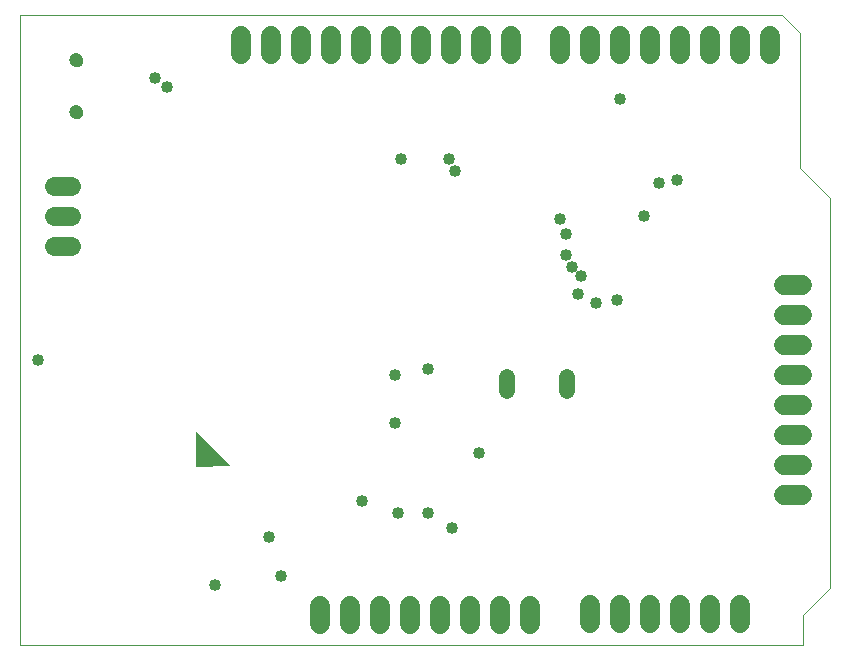
<source format=gbs>
G75*
%MOIN*%
%OFA0B0*%
%FSLAX24Y24*%
%IPPOS*%
%LPD*%
%AMOC8*
5,1,8,0,0,1.08239X$1,22.5*
%
%ADD10C,0.0000*%
%ADD11C,0.0520*%
%ADD12C,0.0474*%
%ADD13C,0.0640*%
%ADD14C,0.0680*%
%ADD15C,0.0001*%
%ADD16C,0.0398*%
D10*
X000459Y000363D02*
X000459Y021363D01*
X025859Y021363D01*
X026459Y020763D01*
X026459Y016263D01*
X027459Y015263D01*
X027459Y002263D01*
X026559Y001363D01*
X026559Y000363D01*
X000459Y000363D01*
X006330Y006346D02*
X007417Y006369D01*
X006306Y007480D01*
X006330Y006346D01*
X002133Y018125D02*
X002135Y018152D01*
X002141Y018179D01*
X002150Y018205D01*
X002163Y018229D01*
X002179Y018252D01*
X002198Y018271D01*
X002220Y018288D01*
X002244Y018302D01*
X002269Y018312D01*
X002296Y018319D01*
X002323Y018322D01*
X002351Y018321D01*
X002378Y018316D01*
X002404Y018308D01*
X002428Y018296D01*
X002451Y018280D01*
X002472Y018262D01*
X002489Y018241D01*
X002504Y018217D01*
X002515Y018192D01*
X002523Y018166D01*
X002527Y018139D01*
X002527Y018111D01*
X002523Y018084D01*
X002515Y018058D01*
X002504Y018033D01*
X002489Y018009D01*
X002472Y017988D01*
X002451Y017970D01*
X002429Y017954D01*
X002404Y017942D01*
X002378Y017934D01*
X002351Y017929D01*
X002323Y017928D01*
X002296Y017931D01*
X002269Y017938D01*
X002244Y017948D01*
X002220Y017962D01*
X002198Y017979D01*
X002179Y017998D01*
X002163Y018021D01*
X002150Y018045D01*
X002141Y018071D01*
X002135Y018098D01*
X002133Y018125D01*
X002133Y019857D02*
X002135Y019884D01*
X002141Y019911D01*
X002150Y019937D01*
X002163Y019961D01*
X002179Y019984D01*
X002198Y020003D01*
X002220Y020020D01*
X002244Y020034D01*
X002269Y020044D01*
X002296Y020051D01*
X002323Y020054D01*
X002351Y020053D01*
X002378Y020048D01*
X002404Y020040D01*
X002428Y020028D01*
X002451Y020012D01*
X002472Y019994D01*
X002489Y019973D01*
X002504Y019949D01*
X002515Y019924D01*
X002523Y019898D01*
X002527Y019871D01*
X002527Y019843D01*
X002523Y019816D01*
X002515Y019790D01*
X002504Y019765D01*
X002489Y019741D01*
X002472Y019720D01*
X002451Y019702D01*
X002429Y019686D01*
X002404Y019674D01*
X002378Y019666D01*
X002351Y019661D01*
X002323Y019660D01*
X002296Y019663D01*
X002269Y019670D01*
X002244Y019680D01*
X002220Y019694D01*
X002198Y019711D01*
X002179Y019730D01*
X002163Y019753D01*
X002150Y019777D01*
X002141Y019803D01*
X002135Y019830D01*
X002133Y019857D01*
D11*
X016698Y009289D02*
X016698Y008849D01*
X018698Y008849D02*
X018698Y009289D01*
D12*
X002330Y018125D03*
X002330Y019857D03*
D13*
X002139Y015663D02*
X001579Y015663D01*
X001579Y014663D02*
X002139Y014663D01*
X002139Y013663D02*
X001579Y013663D01*
D14*
X007829Y020077D02*
X007829Y020677D01*
X008829Y020677D02*
X008829Y020077D01*
X009829Y020077D02*
X009829Y020677D01*
X010829Y020677D02*
X010829Y020077D01*
X011829Y020077D02*
X011829Y020677D01*
X012829Y020677D02*
X012829Y020077D01*
X013829Y020077D02*
X013829Y020677D01*
X014829Y020677D02*
X014829Y020077D01*
X015829Y020077D02*
X015829Y020677D01*
X016829Y020677D02*
X016829Y020077D01*
X018462Y020077D02*
X018462Y020677D01*
X019462Y020677D02*
X019462Y020077D01*
X020462Y020077D02*
X020462Y020677D01*
X021462Y020677D02*
X021462Y020077D01*
X022462Y020077D02*
X022462Y020677D01*
X023462Y020677D02*
X023462Y020077D01*
X024462Y020077D02*
X024462Y020677D01*
X025462Y020677D02*
X025462Y020077D01*
X025925Y012368D02*
X026525Y012368D01*
X026525Y011368D02*
X025925Y011368D01*
X025925Y010368D02*
X026525Y010368D01*
X026525Y009368D02*
X025925Y009368D01*
X025925Y008368D02*
X026525Y008368D01*
X026525Y007368D02*
X025925Y007368D01*
X025925Y006368D02*
X026525Y006368D01*
X026525Y005368D02*
X025925Y005368D01*
X024462Y001689D02*
X024462Y001089D01*
X023462Y001089D02*
X023462Y001689D01*
X022462Y001689D02*
X022462Y001089D01*
X021462Y001089D02*
X021462Y001689D01*
X020462Y001689D02*
X020462Y001089D01*
X019462Y001089D02*
X019462Y001689D01*
X017458Y001669D02*
X017458Y001069D01*
X016458Y001069D02*
X016458Y001669D01*
X015458Y001669D02*
X015458Y001069D01*
X014458Y001069D02*
X014458Y001669D01*
X013458Y001669D02*
X013458Y001069D01*
X012458Y001069D02*
X012458Y001669D01*
X011458Y001669D02*
X011458Y001069D01*
X010458Y001069D02*
X010458Y001669D01*
D15*
X007416Y006370D02*
X006329Y006370D01*
X006329Y006371D02*
X007415Y006371D01*
X007414Y006372D02*
X006329Y006372D01*
X006329Y006373D02*
X007413Y006373D01*
X007412Y006374D02*
X006329Y006374D01*
X006329Y006375D02*
X007411Y006375D01*
X007410Y006376D02*
X006329Y006376D01*
X006329Y006377D02*
X007409Y006377D01*
X007408Y006378D02*
X006329Y006378D01*
X006329Y006379D02*
X007407Y006379D01*
X007406Y006380D02*
X006329Y006380D01*
X006329Y006381D02*
X007405Y006381D01*
X007404Y006382D02*
X006329Y006382D01*
X006329Y006383D02*
X007403Y006383D01*
X007402Y006384D02*
X006329Y006384D01*
X006329Y006385D02*
X007401Y006385D01*
X007400Y006386D02*
X006329Y006386D01*
X006329Y006387D02*
X007399Y006387D01*
X007398Y006388D02*
X006329Y006388D01*
X006329Y006389D02*
X007397Y006389D01*
X007396Y006390D02*
X006329Y006390D01*
X006329Y006391D02*
X007395Y006391D01*
X007394Y006392D02*
X006329Y006392D01*
X006329Y006393D02*
X007393Y006393D01*
X007392Y006394D02*
X006329Y006394D01*
X006329Y006395D02*
X007391Y006395D01*
X007390Y006396D02*
X006329Y006396D01*
X006329Y006397D02*
X007389Y006397D01*
X007388Y006398D02*
X006329Y006398D01*
X006329Y006399D02*
X007387Y006399D01*
X007386Y006400D02*
X006328Y006400D01*
X006328Y006401D02*
X007385Y006401D01*
X007384Y006402D02*
X006328Y006402D01*
X006328Y006403D02*
X007383Y006403D01*
X007382Y006404D02*
X006328Y006404D01*
X006328Y006405D02*
X007381Y006405D01*
X007380Y006406D02*
X006328Y006406D01*
X006328Y006407D02*
X007379Y006407D01*
X007379Y006408D02*
X006328Y006408D01*
X006328Y006409D02*
X007378Y006409D01*
X007377Y006410D02*
X006328Y006410D01*
X006328Y006411D02*
X007376Y006411D01*
X007375Y006412D02*
X006328Y006412D01*
X006328Y006413D02*
X007374Y006413D01*
X007373Y006414D02*
X006328Y006414D01*
X006328Y006415D02*
X007372Y006415D01*
X007371Y006416D02*
X006328Y006416D01*
X006328Y006417D02*
X007370Y006417D01*
X007369Y006418D02*
X006328Y006418D01*
X006328Y006419D02*
X007368Y006419D01*
X007367Y006420D02*
X006328Y006420D01*
X006328Y006421D02*
X007366Y006421D01*
X007365Y006422D02*
X006328Y006422D01*
X006328Y006423D02*
X007364Y006423D01*
X007363Y006424D02*
X006328Y006424D01*
X006328Y006425D02*
X007362Y006425D01*
X007361Y006426D02*
X006328Y006426D01*
X006328Y006427D02*
X007360Y006427D01*
X007359Y006428D02*
X006328Y006428D01*
X006328Y006429D02*
X007358Y006429D01*
X007357Y006430D02*
X006328Y006430D01*
X006328Y006431D02*
X007356Y006431D01*
X007355Y006432D02*
X006328Y006432D01*
X006328Y006433D02*
X007354Y006433D01*
X007353Y006434D02*
X006328Y006434D01*
X006328Y006435D02*
X007352Y006435D01*
X007351Y006436D02*
X006328Y006436D01*
X006328Y006437D02*
X007350Y006437D01*
X007349Y006438D02*
X006328Y006438D01*
X006328Y006439D02*
X007348Y006439D01*
X007347Y006440D02*
X006328Y006440D01*
X006328Y006441D02*
X007346Y006441D01*
X007345Y006442D02*
X006328Y006442D01*
X006328Y006443D02*
X007344Y006443D01*
X007343Y006444D02*
X006328Y006444D01*
X006328Y006445D02*
X007342Y006445D01*
X007341Y006446D02*
X006328Y006446D01*
X006328Y006447D02*
X007340Y006447D01*
X007339Y006448D02*
X006327Y006448D01*
X006327Y006449D02*
X007338Y006449D01*
X007337Y006450D02*
X006327Y006450D01*
X006327Y006451D02*
X007336Y006451D01*
X007335Y006452D02*
X006327Y006452D01*
X006327Y006453D02*
X007334Y006453D01*
X007333Y006454D02*
X006327Y006454D01*
X006327Y006455D02*
X007332Y006455D01*
X007331Y006456D02*
X006327Y006456D01*
X006327Y006457D02*
X007330Y006457D01*
X007329Y006458D02*
X006327Y006458D01*
X006327Y006459D02*
X007328Y006459D01*
X007327Y006460D02*
X006327Y006460D01*
X006327Y006461D02*
X007326Y006461D01*
X007325Y006462D02*
X006327Y006462D01*
X006327Y006463D02*
X007324Y006463D01*
X007323Y006464D02*
X006327Y006464D01*
X006327Y006465D02*
X007322Y006465D01*
X007321Y006466D02*
X006327Y006466D01*
X006327Y006467D02*
X007320Y006467D01*
X007319Y006468D02*
X006327Y006468D01*
X006327Y006469D02*
X007318Y006469D01*
X007317Y006470D02*
X006327Y006470D01*
X006327Y006471D02*
X007316Y006471D01*
X007315Y006472D02*
X006327Y006472D01*
X006327Y006473D02*
X007314Y006473D01*
X007313Y006474D02*
X006327Y006474D01*
X006327Y006475D02*
X007312Y006475D01*
X007311Y006476D02*
X006327Y006476D01*
X006327Y006477D02*
X007310Y006477D01*
X007309Y006478D02*
X006327Y006478D01*
X006327Y006479D02*
X007308Y006479D01*
X007307Y006480D02*
X006327Y006480D01*
X006327Y006481D02*
X007306Y006481D01*
X007305Y006482D02*
X006327Y006482D01*
X006327Y006483D02*
X007304Y006483D01*
X007303Y006484D02*
X006327Y006484D01*
X006327Y006485D02*
X007302Y006485D01*
X007301Y006486D02*
X006327Y006486D01*
X006327Y006487D02*
X007300Y006487D01*
X007299Y006488D02*
X006327Y006488D01*
X006327Y006489D02*
X007298Y006489D01*
X007297Y006490D02*
X006327Y006490D01*
X006327Y006491D02*
X007296Y006491D01*
X007295Y006492D02*
X006327Y006492D01*
X006327Y006493D02*
X007294Y006493D01*
X007293Y006494D02*
X006327Y006494D01*
X006327Y006495D02*
X007292Y006495D01*
X007291Y006496D02*
X006326Y006496D01*
X006326Y006497D02*
X007290Y006497D01*
X007289Y006498D02*
X006326Y006498D01*
X006326Y006499D02*
X007288Y006499D01*
X007287Y006500D02*
X006326Y006500D01*
X006326Y006501D02*
X007286Y006501D01*
X007285Y006502D02*
X006326Y006502D01*
X006326Y006503D02*
X007284Y006503D01*
X007283Y006504D02*
X006326Y006504D01*
X006326Y006505D02*
X007282Y006505D01*
X007281Y006506D02*
X006326Y006506D01*
X006326Y006507D02*
X007280Y006507D01*
X007279Y006508D02*
X006326Y006508D01*
X006326Y006509D02*
X007278Y006509D01*
X007277Y006510D02*
X006326Y006510D01*
X006326Y006511D02*
X007276Y006511D01*
X007275Y006512D02*
X006326Y006512D01*
X006326Y006513D02*
X007274Y006513D01*
X007273Y006514D02*
X006326Y006514D01*
X006326Y006515D02*
X007272Y006515D01*
X007271Y006516D02*
X006326Y006516D01*
X006326Y006517D02*
X007270Y006517D01*
X007269Y006518D02*
X006326Y006518D01*
X006326Y006519D02*
X007268Y006519D01*
X007267Y006520D02*
X006326Y006520D01*
X006326Y006521D02*
X007266Y006521D01*
X007265Y006522D02*
X006326Y006522D01*
X006326Y006523D02*
X007264Y006523D01*
X007263Y006524D02*
X006326Y006524D01*
X006326Y006525D02*
X007262Y006525D01*
X007261Y006526D02*
X006326Y006526D01*
X006326Y006527D02*
X007260Y006527D01*
X007259Y006528D02*
X006326Y006528D01*
X006326Y006529D02*
X007258Y006529D01*
X007257Y006530D02*
X006326Y006530D01*
X006326Y006531D02*
X007256Y006531D01*
X007255Y006532D02*
X006326Y006532D01*
X006326Y006533D02*
X007254Y006533D01*
X007253Y006534D02*
X006326Y006534D01*
X006326Y006535D02*
X007252Y006535D01*
X007251Y006536D02*
X006326Y006536D01*
X006326Y006537D02*
X007250Y006537D01*
X007249Y006538D02*
X006326Y006538D01*
X006326Y006539D02*
X007248Y006539D01*
X007247Y006540D02*
X006326Y006540D01*
X006326Y006541D02*
X007246Y006541D01*
X007245Y006542D02*
X006326Y006542D01*
X006326Y006543D02*
X007244Y006543D01*
X007243Y006544D02*
X006326Y006544D01*
X006325Y006545D02*
X007242Y006545D01*
X007241Y006546D02*
X006325Y006546D01*
X006325Y006547D02*
X007240Y006547D01*
X007239Y006548D02*
X006325Y006548D01*
X006325Y006549D02*
X007238Y006549D01*
X007237Y006550D02*
X006325Y006550D01*
X006325Y006551D02*
X007236Y006551D01*
X007235Y006552D02*
X006325Y006552D01*
X006325Y006553D02*
X007234Y006553D01*
X007233Y006554D02*
X006325Y006554D01*
X006325Y006555D02*
X007232Y006555D01*
X007231Y006556D02*
X006325Y006556D01*
X006325Y006557D02*
X007230Y006557D01*
X007229Y006558D02*
X006325Y006558D01*
X006325Y006559D02*
X007228Y006559D01*
X007227Y006560D02*
X006325Y006560D01*
X006325Y006561D02*
X007226Y006561D01*
X007225Y006562D02*
X006325Y006562D01*
X006325Y006563D02*
X007224Y006563D01*
X007223Y006564D02*
X006325Y006564D01*
X006325Y006565D02*
X007222Y006565D01*
X007221Y006566D02*
X006325Y006566D01*
X006325Y006567D02*
X007220Y006567D01*
X007219Y006568D02*
X006325Y006568D01*
X007218Y006568D01*
X007217Y006569D02*
X006325Y006569D01*
X006325Y006570D02*
X007216Y006570D01*
X007215Y006571D02*
X006325Y006571D01*
X006325Y006572D02*
X007214Y006572D01*
X007213Y006573D02*
X006325Y006573D01*
X006325Y006574D02*
X007212Y006574D01*
X007211Y006575D02*
X006325Y006575D01*
X006325Y006576D02*
X007210Y006576D01*
X007209Y006577D02*
X006325Y006577D01*
X006325Y006578D02*
X007208Y006578D01*
X007207Y006579D02*
X006325Y006579D01*
X006325Y006580D02*
X007206Y006580D01*
X007205Y006581D02*
X006325Y006581D01*
X006325Y006582D02*
X007204Y006582D01*
X007203Y006583D02*
X006325Y006583D01*
X006325Y006584D02*
X007202Y006584D01*
X007201Y006585D02*
X006325Y006585D01*
X006325Y006586D02*
X007200Y006586D01*
X007199Y006587D02*
X006325Y006587D01*
X006325Y006588D02*
X007198Y006588D01*
X007197Y006589D02*
X006325Y006589D01*
X006325Y006590D02*
X007196Y006590D01*
X007195Y006591D02*
X006325Y006591D01*
X006324Y006592D02*
X007194Y006592D01*
X007193Y006593D02*
X006324Y006593D01*
X006324Y006594D02*
X007192Y006594D01*
X007191Y006595D02*
X006324Y006595D01*
X006324Y006596D02*
X007190Y006596D01*
X007189Y006597D02*
X006324Y006597D01*
X006324Y006598D02*
X007188Y006598D01*
X007187Y006599D02*
X006324Y006599D01*
X006324Y006600D02*
X007186Y006600D01*
X007185Y006601D02*
X006324Y006601D01*
X006324Y006602D02*
X007184Y006602D01*
X007183Y006603D02*
X006324Y006603D01*
X006324Y006604D02*
X007182Y006604D01*
X007181Y006605D02*
X006324Y006605D01*
X006324Y006606D02*
X007180Y006606D01*
X007179Y006607D02*
X006324Y006607D01*
X006324Y006608D02*
X007178Y006608D01*
X007177Y006609D02*
X006324Y006609D01*
X006324Y006610D02*
X007176Y006610D01*
X007175Y006611D02*
X006324Y006611D01*
X006324Y006612D02*
X007174Y006612D01*
X007173Y006613D02*
X006324Y006613D01*
X006324Y006614D02*
X007172Y006614D01*
X007171Y006615D02*
X006324Y006615D01*
X006324Y006616D02*
X007170Y006616D01*
X007169Y006617D02*
X006324Y006617D01*
X006324Y006618D02*
X007168Y006618D01*
X007167Y006619D02*
X006324Y006619D01*
X006324Y006620D02*
X007166Y006620D01*
X007165Y006621D02*
X006324Y006621D01*
X006324Y006622D02*
X007164Y006622D01*
X007163Y006623D02*
X006324Y006623D01*
X006324Y006624D02*
X007162Y006624D01*
X007161Y006625D02*
X006324Y006625D01*
X006324Y006626D02*
X007160Y006626D01*
X007159Y006627D02*
X006324Y006627D01*
X006324Y006628D02*
X007158Y006628D01*
X007157Y006629D02*
X006324Y006629D01*
X006324Y006630D02*
X007156Y006630D01*
X007155Y006631D02*
X006324Y006631D01*
X006324Y006632D02*
X007154Y006632D01*
X007153Y006633D02*
X006324Y006633D01*
X006324Y006634D02*
X007152Y006634D01*
X007151Y006635D02*
X006324Y006635D01*
X006324Y006636D02*
X007150Y006636D01*
X007149Y006637D02*
X006324Y006637D01*
X006324Y006638D02*
X007148Y006638D01*
X007147Y006639D02*
X006324Y006639D01*
X006324Y006640D02*
X007146Y006640D01*
X007145Y006641D02*
X006323Y006641D01*
X006323Y006642D02*
X007144Y006642D01*
X007143Y006643D02*
X006323Y006643D01*
X006323Y006644D02*
X007142Y006644D01*
X007141Y006645D02*
X006323Y006645D01*
X006323Y006646D02*
X007140Y006646D01*
X007139Y006647D02*
X006323Y006647D01*
X006323Y006648D02*
X007138Y006648D01*
X007137Y006649D02*
X006323Y006649D01*
X006323Y006650D02*
X007136Y006650D01*
X007135Y006651D02*
X006323Y006651D01*
X006323Y006652D02*
X007134Y006652D01*
X007133Y006653D02*
X006323Y006653D01*
X006323Y006654D02*
X007132Y006654D01*
X007131Y006655D02*
X006323Y006655D01*
X006323Y006656D02*
X007130Y006656D01*
X007129Y006657D02*
X006323Y006657D01*
X006323Y006658D02*
X007128Y006658D01*
X007127Y006659D02*
X006323Y006659D01*
X006323Y006660D02*
X007126Y006660D01*
X007125Y006661D02*
X006323Y006661D01*
X006323Y006662D02*
X007124Y006662D01*
X007123Y006663D02*
X006323Y006663D01*
X006323Y006664D02*
X007122Y006664D01*
X007121Y006665D02*
X006323Y006665D01*
X006323Y006666D02*
X007120Y006666D01*
X007119Y006667D02*
X006323Y006667D01*
X006323Y006668D02*
X007118Y006668D01*
X007117Y006669D02*
X006323Y006669D01*
X006323Y006670D02*
X007116Y006670D01*
X007115Y006671D02*
X006323Y006671D01*
X006323Y006672D02*
X007114Y006672D01*
X007113Y006673D02*
X006323Y006673D01*
X006323Y006674D02*
X007112Y006674D01*
X007111Y006675D02*
X006323Y006675D01*
X006323Y006676D02*
X007110Y006676D01*
X007109Y006677D02*
X006323Y006677D01*
X006323Y006678D02*
X007108Y006678D01*
X007107Y006679D02*
X006323Y006679D01*
X006323Y006680D02*
X007106Y006680D01*
X007105Y006681D02*
X006323Y006681D01*
X006323Y006682D02*
X007104Y006682D01*
X007103Y006683D02*
X006323Y006683D01*
X006323Y006684D02*
X007102Y006684D01*
X007101Y006685D02*
X006323Y006685D01*
X006323Y006686D02*
X007100Y006686D01*
X007099Y006687D02*
X006323Y006687D01*
X006323Y006688D02*
X007098Y006688D01*
X007097Y006689D02*
X006322Y006689D01*
X006322Y006690D02*
X007096Y006690D01*
X007095Y006691D02*
X006322Y006691D01*
X006322Y006692D02*
X007094Y006692D01*
X007093Y006693D02*
X006322Y006693D01*
X006322Y006694D02*
X007092Y006694D01*
X007091Y006695D02*
X006322Y006695D01*
X006322Y006696D02*
X007090Y006696D01*
X007089Y006697D02*
X006322Y006697D01*
X006322Y006698D02*
X007088Y006698D01*
X007087Y006699D02*
X006322Y006699D01*
X006322Y006700D02*
X007086Y006700D01*
X007085Y006701D02*
X006322Y006701D01*
X006322Y006702D02*
X007084Y006702D01*
X007083Y006703D02*
X006322Y006703D01*
X006322Y006704D02*
X007082Y006704D01*
X007081Y006705D02*
X006322Y006705D01*
X006322Y006706D02*
X007080Y006706D01*
X007079Y006707D02*
X006322Y006707D01*
X006322Y006708D02*
X007078Y006708D01*
X007077Y006709D02*
X006322Y006709D01*
X006322Y006710D02*
X007076Y006710D01*
X007075Y006711D02*
X006322Y006711D01*
X006322Y006712D02*
X007074Y006712D01*
X007073Y006713D02*
X006322Y006713D01*
X006322Y006714D02*
X007072Y006714D01*
X007071Y006715D02*
X006322Y006715D01*
X006322Y006716D02*
X007070Y006716D01*
X007069Y006717D02*
X006322Y006717D01*
X006322Y006718D02*
X007068Y006718D01*
X007067Y006719D02*
X006322Y006719D01*
X006322Y006720D02*
X007066Y006720D01*
X007065Y006721D02*
X006322Y006721D01*
X006322Y006722D02*
X007064Y006722D01*
X007063Y006723D02*
X006322Y006723D01*
X006322Y006724D02*
X007062Y006724D01*
X007061Y006725D02*
X006322Y006725D01*
X006322Y006726D02*
X007060Y006726D01*
X007059Y006727D02*
X006322Y006727D01*
X006322Y006728D02*
X007058Y006728D01*
X007057Y006729D02*
X006322Y006729D01*
X006322Y006730D02*
X007056Y006730D01*
X007055Y006731D02*
X006322Y006731D01*
X006322Y006732D02*
X007054Y006732D01*
X007053Y006733D02*
X006322Y006733D01*
X006322Y006734D02*
X007052Y006734D01*
X007051Y006735D02*
X006322Y006735D01*
X006322Y006736D02*
X007050Y006736D01*
X007049Y006737D02*
X006321Y006737D01*
X006321Y006738D02*
X007048Y006738D01*
X007047Y006739D02*
X006321Y006739D01*
X006321Y006740D02*
X007046Y006740D01*
X007045Y006741D02*
X006321Y006741D01*
X006321Y006742D02*
X007044Y006742D01*
X007043Y006743D02*
X006321Y006743D01*
X006321Y006744D02*
X007042Y006744D01*
X007041Y006745D02*
X006321Y006745D01*
X006321Y006746D02*
X007040Y006746D01*
X007039Y006747D02*
X006321Y006747D01*
X006321Y006748D02*
X007038Y006748D01*
X007037Y006749D02*
X006321Y006749D01*
X006321Y006750D02*
X007036Y006750D01*
X007035Y006751D02*
X006321Y006751D01*
X006321Y006752D02*
X007034Y006752D01*
X007033Y006753D02*
X006321Y006753D01*
X006321Y006754D02*
X007032Y006754D01*
X007031Y006755D02*
X006321Y006755D01*
X006321Y006756D02*
X007030Y006756D01*
X007029Y006757D02*
X006321Y006757D01*
X006321Y006758D02*
X007028Y006758D01*
X007027Y006759D02*
X006321Y006759D01*
X006321Y006760D02*
X007026Y006760D01*
X007025Y006761D02*
X006321Y006761D01*
X006321Y006762D02*
X007024Y006762D01*
X007023Y006763D02*
X006321Y006763D01*
X006321Y006764D02*
X007022Y006764D01*
X007021Y006765D02*
X006321Y006765D01*
X006321Y006766D02*
X007020Y006766D01*
X007019Y006767D02*
X006321Y006767D01*
X006321Y006768D02*
X007018Y006768D01*
X007017Y006769D02*
X006321Y006769D01*
X006321Y006770D02*
X007016Y006770D01*
X007015Y006771D02*
X006321Y006771D01*
X006321Y006772D02*
X007014Y006772D01*
X007013Y006773D02*
X006321Y006773D01*
X006321Y006774D02*
X007012Y006774D01*
X007011Y006775D02*
X006321Y006775D01*
X006321Y006776D02*
X007010Y006776D01*
X007009Y006777D02*
X006321Y006777D01*
X006321Y006778D02*
X007008Y006778D01*
X007007Y006779D02*
X006321Y006779D01*
X006321Y006780D02*
X007006Y006780D01*
X007005Y006781D02*
X006321Y006781D01*
X006321Y006782D02*
X007004Y006782D01*
X007003Y006783D02*
X006321Y006783D01*
X006321Y006784D02*
X007002Y006784D01*
X007001Y006785D02*
X006321Y006785D01*
X006320Y006786D02*
X007000Y006786D01*
X006999Y006787D02*
X006320Y006787D01*
X006320Y006788D02*
X006998Y006788D01*
X006997Y006789D02*
X006320Y006789D01*
X006320Y006790D02*
X006996Y006790D01*
X006995Y006791D02*
X006320Y006791D01*
X006320Y006792D02*
X006994Y006792D01*
X006993Y006793D02*
X006320Y006793D01*
X006320Y006794D02*
X006992Y006794D01*
X006991Y006795D02*
X006320Y006795D01*
X006320Y006796D02*
X006990Y006796D01*
X006989Y006797D02*
X006320Y006797D01*
X006320Y006798D02*
X006988Y006798D01*
X006987Y006799D02*
X006320Y006799D01*
X006320Y006800D02*
X006986Y006800D01*
X006985Y006801D02*
X006320Y006801D01*
X006320Y006802D02*
X006984Y006802D01*
X006983Y006803D02*
X006320Y006803D01*
X006320Y006804D02*
X006982Y006804D01*
X006981Y006805D02*
X006320Y006805D01*
X006320Y006806D02*
X006980Y006806D01*
X006979Y006807D02*
X006320Y006807D01*
X006320Y006808D02*
X006978Y006808D01*
X006977Y006809D02*
X006320Y006809D01*
X006320Y006810D02*
X006976Y006810D01*
X006975Y006811D02*
X006320Y006811D01*
X006320Y006812D02*
X006974Y006812D01*
X006973Y006813D02*
X006320Y006813D01*
X006320Y006814D02*
X006972Y006814D01*
X006971Y006815D02*
X006320Y006815D01*
X006320Y006816D02*
X006970Y006816D01*
X006969Y006817D02*
X006320Y006817D01*
X006320Y006818D02*
X006968Y006818D01*
X006967Y006819D02*
X006320Y006819D01*
X006320Y006820D02*
X006966Y006820D01*
X006965Y006821D02*
X006320Y006821D01*
X006320Y006822D02*
X006964Y006822D01*
X006963Y006823D02*
X006320Y006823D01*
X006320Y006824D02*
X006962Y006824D01*
X006961Y006825D02*
X006320Y006825D01*
X006320Y006826D02*
X006960Y006826D01*
X006959Y006827D02*
X006320Y006827D01*
X006320Y006828D02*
X006958Y006828D01*
X006957Y006829D02*
X006320Y006829D01*
X006320Y006830D02*
X006956Y006830D01*
X006955Y006831D02*
X006320Y006831D01*
X006320Y006832D02*
X006954Y006832D01*
X006953Y006833D02*
X006320Y006833D01*
X006319Y006834D02*
X006952Y006834D01*
X006951Y006835D02*
X006319Y006835D01*
X006319Y006836D02*
X006950Y006836D01*
X006949Y006837D02*
X006319Y006837D01*
X006319Y006838D02*
X006948Y006838D01*
X006947Y006839D02*
X006319Y006839D01*
X006319Y006840D02*
X006946Y006840D01*
X006945Y006841D02*
X006319Y006841D01*
X006319Y006842D02*
X006944Y006842D01*
X006943Y006843D02*
X006319Y006843D01*
X006319Y006844D02*
X006942Y006844D01*
X006941Y006845D02*
X006319Y006845D01*
X006319Y006846D02*
X006940Y006846D01*
X006939Y006847D02*
X006319Y006847D01*
X006319Y006848D02*
X006938Y006848D01*
X006937Y006849D02*
X006319Y006849D01*
X006319Y006850D02*
X006936Y006850D01*
X006935Y006851D02*
X006319Y006851D01*
X006319Y006852D02*
X006934Y006852D01*
X006933Y006853D02*
X006319Y006853D01*
X006319Y006854D02*
X006932Y006854D01*
X006931Y006855D02*
X006319Y006855D01*
X006319Y006856D02*
X006930Y006856D01*
X006929Y006857D02*
X006319Y006857D01*
X006319Y006858D02*
X006928Y006858D01*
X006927Y006859D02*
X006319Y006859D01*
X006319Y006860D02*
X006926Y006860D01*
X006925Y006861D02*
X006319Y006861D01*
X006319Y006862D02*
X006924Y006862D01*
X006923Y006863D02*
X006319Y006863D01*
X006319Y006864D02*
X006922Y006864D01*
X006921Y006865D02*
X006319Y006865D01*
X006319Y006866D02*
X006920Y006866D01*
X006919Y006867D02*
X006319Y006867D01*
X006319Y006868D02*
X006918Y006868D01*
X006917Y006869D02*
X006319Y006869D01*
X006319Y006870D02*
X006916Y006870D01*
X006915Y006871D02*
X006319Y006871D01*
X006319Y006872D02*
X006914Y006872D01*
X006913Y006873D02*
X006319Y006873D01*
X006319Y006874D02*
X006912Y006874D01*
X006911Y006875D02*
X006319Y006875D01*
X006319Y006876D02*
X006910Y006876D01*
X006909Y006877D02*
X006319Y006877D01*
X006319Y006878D02*
X006908Y006878D01*
X006907Y006879D02*
X006319Y006879D01*
X006319Y006880D02*
X006906Y006880D01*
X006905Y006881D02*
X006319Y006881D01*
X006318Y006882D02*
X006904Y006882D01*
X006903Y006883D02*
X006318Y006883D01*
X006318Y006884D02*
X006902Y006884D01*
X006901Y006885D02*
X006318Y006885D01*
X006318Y006886D02*
X006900Y006886D01*
X006899Y006887D02*
X006318Y006887D01*
X006318Y006888D02*
X006898Y006888D01*
X006897Y006889D02*
X006318Y006889D01*
X006318Y006890D02*
X006896Y006890D01*
X006895Y006891D02*
X006318Y006891D01*
X006318Y006892D02*
X006894Y006892D01*
X006893Y006893D02*
X006318Y006893D01*
X006318Y006894D02*
X006892Y006894D01*
X006891Y006895D02*
X006318Y006895D01*
X006318Y006896D02*
X006890Y006896D01*
X006889Y006897D02*
X006318Y006897D01*
X006318Y006898D02*
X006888Y006898D01*
X006887Y006899D02*
X006318Y006899D01*
X006318Y006900D02*
X006886Y006900D01*
X006885Y006901D02*
X006318Y006901D01*
X006318Y006902D02*
X006884Y006902D01*
X006883Y006903D02*
X006318Y006903D01*
X006318Y006904D02*
X006882Y006904D01*
X006881Y006905D02*
X006318Y006905D01*
X006318Y006906D02*
X006880Y006906D01*
X006879Y006907D02*
X006318Y006907D01*
X006318Y006908D02*
X006878Y006908D01*
X006877Y006909D02*
X006318Y006909D01*
X006318Y006910D02*
X006876Y006910D01*
X006875Y006911D02*
X006318Y006911D01*
X006318Y006912D02*
X006874Y006912D01*
X006873Y006913D02*
X006318Y006913D01*
X006318Y006914D02*
X006872Y006914D01*
X006871Y006915D02*
X006318Y006915D01*
X006318Y006916D02*
X006870Y006916D01*
X006869Y006917D02*
X006318Y006917D01*
X006318Y006918D02*
X006868Y006918D01*
X006867Y006919D02*
X006318Y006919D01*
X006318Y006920D02*
X006866Y006920D01*
X006865Y006921D02*
X006318Y006921D01*
X006318Y006922D02*
X006864Y006922D01*
X006863Y006923D02*
X006318Y006923D01*
X006318Y006924D02*
X006862Y006924D01*
X006861Y006925D02*
X006318Y006925D01*
X006318Y006926D02*
X006860Y006926D01*
X006859Y006927D02*
X006318Y006927D01*
X006318Y006928D02*
X006858Y006928D01*
X006857Y006929D02*
X006318Y006929D01*
X006318Y006930D02*
X006856Y006930D01*
X006855Y006931D02*
X006317Y006931D01*
X006317Y006932D02*
X006854Y006932D01*
X006853Y006933D02*
X006317Y006933D01*
X006317Y006934D02*
X006852Y006934D01*
X006851Y006935D02*
X006317Y006935D01*
X006317Y006936D02*
X006850Y006936D01*
X006849Y006937D02*
X006317Y006937D01*
X006317Y006938D02*
X006848Y006938D01*
X006847Y006939D02*
X006317Y006939D01*
X006317Y006940D02*
X006846Y006940D01*
X006845Y006941D02*
X006317Y006941D01*
X006317Y006942D02*
X006844Y006942D01*
X006843Y006943D02*
X006317Y006943D01*
X006317Y006944D02*
X006842Y006944D01*
X006841Y006945D02*
X006317Y006945D01*
X006317Y006946D02*
X006840Y006946D01*
X006839Y006947D02*
X006317Y006947D01*
X006317Y006948D02*
X006838Y006948D01*
X006837Y006949D02*
X006317Y006949D01*
X006317Y006950D02*
X006836Y006950D01*
X006835Y006951D02*
X006317Y006951D01*
X006317Y006952D02*
X006834Y006952D01*
X006833Y006953D02*
X006317Y006953D01*
X006317Y006954D02*
X006832Y006954D01*
X006831Y006955D02*
X006317Y006955D01*
X006317Y006956D02*
X006830Y006956D01*
X006829Y006957D02*
X006317Y006957D01*
X006317Y006958D02*
X006828Y006958D01*
X006827Y006959D02*
X006317Y006959D01*
X006317Y006960D02*
X006826Y006960D01*
X006825Y006961D02*
X006317Y006961D01*
X006317Y006962D02*
X006824Y006962D01*
X006823Y006963D02*
X006317Y006963D01*
X006317Y006964D02*
X006822Y006964D01*
X006821Y006965D02*
X006317Y006965D01*
X006317Y006966D02*
X006820Y006966D01*
X006819Y006967D02*
X006317Y006967D01*
X006317Y006968D02*
X006818Y006968D01*
X006817Y006969D02*
X006317Y006969D01*
X006317Y006970D02*
X006816Y006970D01*
X006815Y006971D02*
X006317Y006971D01*
X006317Y006972D02*
X006814Y006972D01*
X006813Y006973D02*
X006317Y006973D01*
X006317Y006974D02*
X006812Y006974D01*
X006811Y006975D02*
X006317Y006975D01*
X006317Y006976D02*
X006810Y006976D01*
X006809Y006977D02*
X006317Y006977D01*
X006317Y006978D02*
X006808Y006978D01*
X006807Y006979D02*
X006316Y006979D01*
X006316Y006980D02*
X006806Y006980D01*
X006805Y006981D02*
X006316Y006981D01*
X006316Y006982D02*
X006804Y006982D01*
X006803Y006983D02*
X006316Y006983D01*
X006316Y006984D02*
X006802Y006984D01*
X006801Y006985D02*
X006316Y006985D01*
X006316Y006986D02*
X006800Y006986D01*
X006799Y006987D02*
X006316Y006987D01*
X006316Y006988D02*
X006798Y006988D01*
X006797Y006989D02*
X006316Y006989D01*
X006316Y006990D02*
X006796Y006990D01*
X006795Y006991D02*
X006316Y006991D01*
X006316Y006992D02*
X006794Y006992D01*
X006793Y006993D02*
X006316Y006993D01*
X006316Y006994D02*
X006792Y006994D01*
X006791Y006995D02*
X006316Y006995D01*
X006316Y006996D02*
X006790Y006996D01*
X006789Y006997D02*
X006316Y006997D01*
X006316Y006998D02*
X006788Y006998D01*
X006787Y006999D02*
X006316Y006999D01*
X006316Y007000D02*
X006786Y007000D01*
X006785Y007001D02*
X006316Y007001D01*
X006316Y007002D02*
X006784Y007002D01*
X006783Y007003D02*
X006316Y007003D01*
X006316Y007004D02*
X006782Y007004D01*
X006781Y007005D02*
X006316Y007005D01*
X006316Y007006D02*
X006780Y007006D01*
X006779Y007007D02*
X006316Y007007D01*
X006316Y007008D02*
X006778Y007008D01*
X006777Y007009D02*
X006316Y007009D01*
X006316Y007010D02*
X006776Y007010D01*
X006775Y007011D02*
X006316Y007011D01*
X006316Y007012D02*
X006774Y007012D01*
X006773Y007013D02*
X006316Y007013D01*
X006316Y007014D02*
X006772Y007014D01*
X006771Y007015D02*
X006316Y007015D01*
X006316Y007016D02*
X006770Y007016D01*
X006769Y007017D02*
X006316Y007017D01*
X006316Y007018D02*
X006768Y007018D01*
X006767Y007019D02*
X006316Y007019D01*
X006316Y007020D02*
X006766Y007020D01*
X006765Y007021D02*
X006316Y007021D01*
X006316Y007022D02*
X006764Y007022D01*
X006763Y007023D02*
X006316Y007023D01*
X006316Y007024D02*
X006762Y007024D01*
X006761Y007025D02*
X006316Y007025D01*
X006316Y007026D02*
X006760Y007026D01*
X006759Y007027D02*
X006316Y007027D01*
X006315Y007028D02*
X006758Y007028D01*
X006757Y007029D02*
X006315Y007029D01*
X006315Y007030D02*
X006756Y007030D01*
X006755Y007031D02*
X006315Y007031D01*
X006315Y007032D02*
X006754Y007032D01*
X006753Y007033D02*
X006315Y007033D01*
X006315Y007034D02*
X006752Y007034D01*
X006751Y007035D02*
X006315Y007035D01*
X006315Y007036D02*
X006750Y007036D01*
X006749Y007037D02*
X006315Y007037D01*
X006315Y007038D02*
X006748Y007038D01*
X006747Y007039D02*
X006315Y007039D01*
X006315Y007040D02*
X006746Y007040D01*
X006745Y007041D02*
X006315Y007041D01*
X006315Y007042D02*
X006744Y007042D01*
X006743Y007043D02*
X006315Y007043D01*
X006315Y007044D02*
X006742Y007044D01*
X006741Y007045D02*
X006315Y007045D01*
X006315Y007046D02*
X006740Y007046D01*
X006739Y007047D02*
X006315Y007047D01*
X006315Y007048D02*
X006738Y007048D01*
X006737Y007049D02*
X006315Y007049D01*
X006315Y007050D02*
X006736Y007050D01*
X006735Y007051D02*
X006315Y007051D01*
X006315Y007052D02*
X006734Y007052D01*
X006733Y007053D02*
X006315Y007053D01*
X006315Y007054D02*
X006732Y007054D01*
X006731Y007055D02*
X006315Y007055D01*
X006315Y007056D02*
X006730Y007056D01*
X006729Y007057D02*
X006315Y007057D01*
X006315Y007058D02*
X006728Y007058D01*
X006727Y007059D02*
X006315Y007059D01*
X006315Y007060D02*
X006726Y007060D01*
X006725Y007061D02*
X006315Y007061D01*
X006315Y007062D02*
X006724Y007062D01*
X006723Y007063D02*
X006315Y007063D01*
X006315Y007064D02*
X006722Y007064D01*
X006721Y007065D02*
X006315Y007065D01*
X006315Y007066D02*
X006720Y007066D01*
X006719Y007067D02*
X006315Y007067D01*
X006315Y007068D02*
X006718Y007068D01*
X006717Y007069D02*
X006315Y007069D01*
X006315Y007070D02*
X006716Y007070D01*
X006715Y007071D02*
X006315Y007071D01*
X006315Y007072D02*
X006714Y007072D01*
X006713Y007073D02*
X006315Y007073D01*
X006315Y007074D02*
X006712Y007074D01*
X006711Y007075D02*
X006315Y007075D01*
X006314Y007076D02*
X006710Y007076D01*
X006709Y007077D02*
X006314Y007077D01*
X006314Y007078D02*
X006708Y007078D01*
X006707Y007079D02*
X006314Y007079D01*
X006314Y007080D02*
X006706Y007080D01*
X006705Y007081D02*
X006314Y007081D01*
X006314Y007082D02*
X006704Y007082D01*
X006703Y007083D02*
X006314Y007083D01*
X006314Y007084D02*
X006702Y007084D01*
X006701Y007085D02*
X006314Y007085D01*
X006314Y007086D02*
X006700Y007086D01*
X006699Y007087D02*
X006314Y007087D01*
X006314Y007088D02*
X006698Y007088D01*
X006697Y007089D02*
X006314Y007089D01*
X006314Y007090D02*
X006696Y007090D01*
X006695Y007091D02*
X006314Y007091D01*
X006314Y007092D02*
X006694Y007092D01*
X006693Y007093D02*
X006314Y007093D01*
X006314Y007094D02*
X006692Y007094D01*
X006691Y007095D02*
X006314Y007095D01*
X006314Y007096D02*
X006690Y007096D01*
X006689Y007097D02*
X006314Y007097D01*
X006314Y007098D02*
X006688Y007098D01*
X006687Y007099D02*
X006314Y007099D01*
X006314Y007100D02*
X006686Y007100D01*
X006685Y007101D02*
X006314Y007101D01*
X006314Y007102D02*
X006684Y007102D01*
X006683Y007103D02*
X006314Y007103D01*
X006314Y007104D02*
X006682Y007104D01*
X006681Y007105D02*
X006314Y007105D01*
X006314Y007106D02*
X006680Y007106D01*
X006679Y007107D02*
X006314Y007107D01*
X006314Y007108D02*
X006678Y007108D01*
X006677Y007109D02*
X006314Y007109D01*
X006314Y007110D02*
X006676Y007110D01*
X006675Y007111D02*
X006314Y007111D01*
X006314Y007112D02*
X006674Y007112D01*
X006673Y007113D02*
X006314Y007113D01*
X006314Y007114D02*
X006672Y007114D01*
X006671Y007115D02*
X006314Y007115D01*
X006314Y007116D02*
X006670Y007116D01*
X006669Y007117D02*
X006314Y007117D01*
X006314Y007118D02*
X006668Y007118D01*
X006667Y007119D02*
X006314Y007119D01*
X006314Y007120D02*
X006666Y007120D01*
X006665Y007121D02*
X006314Y007121D01*
X006314Y007122D02*
X006664Y007122D01*
X006663Y007123D02*
X006314Y007123D01*
X006313Y007124D02*
X006662Y007124D01*
X006661Y007125D02*
X006313Y007125D01*
X006313Y007126D02*
X006660Y007126D01*
X006659Y007127D02*
X006313Y007127D01*
X006313Y007128D02*
X006658Y007128D01*
X006657Y007129D02*
X006313Y007129D01*
X006313Y007130D02*
X006656Y007130D01*
X006655Y007131D02*
X006313Y007131D01*
X006313Y007132D02*
X006654Y007132D01*
X006653Y007133D02*
X006313Y007133D01*
X006313Y007134D02*
X006652Y007134D01*
X006651Y007135D02*
X006313Y007135D01*
X006313Y007136D02*
X006650Y007136D01*
X006649Y007137D02*
X006313Y007137D01*
X006313Y007138D02*
X006648Y007138D01*
X006647Y007139D02*
X006313Y007139D01*
X006313Y007140D02*
X006646Y007140D01*
X006645Y007141D02*
X006313Y007141D01*
X006313Y007142D02*
X006644Y007142D01*
X006643Y007143D02*
X006313Y007143D01*
X006313Y007144D02*
X006642Y007144D01*
X006641Y007145D02*
X006313Y007145D01*
X006313Y007146D02*
X006640Y007146D01*
X006639Y007147D02*
X006313Y007147D01*
X006313Y007148D02*
X006638Y007148D01*
X006637Y007149D02*
X006313Y007149D01*
X006313Y007150D02*
X006636Y007150D01*
X006635Y007151D02*
X006313Y007151D01*
X006313Y007152D02*
X006634Y007152D01*
X006633Y007153D02*
X006313Y007153D01*
X006313Y007154D02*
X006632Y007154D01*
X006631Y007155D02*
X006313Y007155D01*
X006313Y007156D02*
X006630Y007156D01*
X006629Y007157D02*
X006313Y007157D01*
X006313Y007158D02*
X006628Y007158D01*
X006627Y007159D02*
X006313Y007159D01*
X006313Y007160D02*
X006626Y007160D01*
X006625Y007161D02*
X006313Y007161D01*
X006313Y007162D02*
X006624Y007162D01*
X006623Y007163D02*
X006313Y007163D01*
X006313Y007164D02*
X006622Y007164D01*
X006621Y007165D02*
X006313Y007165D01*
X006313Y007166D02*
X006620Y007166D01*
X006619Y007167D02*
X006313Y007167D01*
X006313Y007168D02*
X006618Y007168D01*
X006617Y007169D02*
X006313Y007169D01*
X006313Y007170D02*
X006616Y007170D01*
X006615Y007171D02*
X006313Y007171D01*
X006313Y007172D02*
X006614Y007172D01*
X006613Y007173D02*
X006312Y007173D01*
X006312Y007174D02*
X006612Y007174D01*
X006611Y007175D02*
X006312Y007175D01*
X006312Y007176D02*
X006610Y007176D01*
X006609Y007177D02*
X006312Y007177D01*
X006312Y007178D02*
X006608Y007178D01*
X006607Y007179D02*
X006312Y007179D01*
X006312Y007180D02*
X006606Y007180D01*
X006605Y007181D02*
X006312Y007181D01*
X006312Y007182D02*
X006604Y007182D01*
X006603Y007183D02*
X006312Y007183D01*
X006312Y007184D02*
X006602Y007184D01*
X006601Y007185D02*
X006312Y007185D01*
X006312Y007186D02*
X006600Y007186D01*
X006599Y007187D02*
X006312Y007187D01*
X006312Y007188D02*
X006598Y007188D01*
X006597Y007189D02*
X006312Y007189D01*
X006312Y007190D02*
X006596Y007190D01*
X006595Y007191D02*
X006312Y007191D01*
X006312Y007192D02*
X006594Y007192D01*
X006593Y007193D02*
X006312Y007193D01*
X006312Y007194D02*
X006592Y007194D01*
X006591Y007195D02*
X006312Y007195D01*
X006312Y007196D02*
X006590Y007196D01*
X006589Y007197D02*
X006312Y007197D01*
X006312Y007198D02*
X006588Y007198D01*
X006587Y007199D02*
X006312Y007199D01*
X006312Y007200D02*
X006586Y007200D01*
X006585Y007201D02*
X006312Y007201D01*
X006312Y007202D02*
X006584Y007202D01*
X006583Y007203D02*
X006312Y007203D01*
X006312Y007204D02*
X006582Y007204D01*
X006581Y007205D02*
X006312Y007205D01*
X006312Y007206D02*
X006580Y007206D01*
X006579Y007207D02*
X006312Y007207D01*
X006312Y007208D02*
X006578Y007208D01*
X006577Y007209D02*
X006312Y007209D01*
X006312Y007210D02*
X006576Y007210D01*
X006575Y007211D02*
X006312Y007211D01*
X006312Y007212D02*
X006574Y007212D01*
X006573Y007213D02*
X006312Y007213D01*
X006312Y007214D02*
X006572Y007214D01*
X006571Y007215D02*
X006312Y007215D01*
X006312Y007216D02*
X006570Y007216D01*
X006569Y007217D02*
X006312Y007217D01*
X006312Y007218D02*
X006568Y007218D01*
X006567Y007219D02*
X006312Y007219D01*
X006312Y007220D02*
X006566Y007220D01*
X006565Y007221D02*
X006311Y007221D01*
X006311Y007222D02*
X006564Y007222D01*
X006563Y007223D02*
X006311Y007223D01*
X006311Y007224D02*
X006562Y007224D01*
X006561Y007225D02*
X006311Y007225D01*
X006311Y007226D02*
X006560Y007226D01*
X006559Y007227D02*
X006311Y007227D01*
X006311Y007228D02*
X006558Y007228D01*
X006557Y007229D02*
X006311Y007229D01*
X006311Y007230D02*
X006556Y007230D01*
X006555Y007231D02*
X006311Y007231D01*
X006311Y007232D02*
X006554Y007232D01*
X006553Y007233D02*
X006311Y007233D01*
X006311Y007234D02*
X006552Y007234D01*
X006551Y007235D02*
X006311Y007235D01*
X006311Y007236D02*
X006550Y007236D01*
X006549Y007237D02*
X006311Y007237D01*
X006311Y007238D02*
X006548Y007238D01*
X006547Y007239D02*
X006311Y007239D01*
X006311Y007240D02*
X006546Y007240D01*
X006545Y007241D02*
X006311Y007241D01*
X006311Y007242D02*
X006544Y007242D01*
X006543Y007243D02*
X006311Y007243D01*
X006311Y007244D02*
X006542Y007244D01*
X006541Y007245D02*
X006311Y007245D01*
X006311Y007246D02*
X006540Y007246D01*
X006539Y007247D02*
X006311Y007247D01*
X006311Y007248D02*
X006538Y007248D01*
X006537Y007249D02*
X006311Y007249D01*
X006311Y007250D02*
X006536Y007250D01*
X006535Y007251D02*
X006311Y007251D01*
X006311Y007252D02*
X006534Y007252D01*
X006533Y007253D02*
X006311Y007253D01*
X006311Y007254D02*
X006532Y007254D01*
X006531Y007255D02*
X006311Y007255D01*
X006311Y007256D02*
X006530Y007256D01*
X006529Y007257D02*
X006311Y007257D01*
X006311Y007258D02*
X006528Y007258D01*
X006527Y007259D02*
X006311Y007259D01*
X006311Y007260D02*
X006526Y007260D01*
X006525Y007261D02*
X006311Y007261D01*
X006311Y007262D02*
X006524Y007262D01*
X006523Y007263D02*
X006311Y007263D01*
X006311Y007264D02*
X006522Y007264D01*
X006521Y007265D02*
X006311Y007265D01*
X006311Y007266D02*
X006520Y007266D01*
X006519Y007267D02*
X006311Y007267D01*
X006311Y007268D02*
X006518Y007268D01*
X006517Y007269D02*
X006310Y007269D01*
X006310Y007270D02*
X006516Y007270D01*
X006515Y007271D02*
X006310Y007271D01*
X006310Y007272D02*
X006514Y007272D01*
X006513Y007273D02*
X006310Y007273D01*
X006310Y007274D02*
X006512Y007274D01*
X006511Y007275D02*
X006310Y007275D01*
X006310Y007276D02*
X006510Y007276D01*
X006509Y007277D02*
X006310Y007277D01*
X006310Y007278D02*
X006508Y007278D01*
X006507Y007279D02*
X006310Y007279D01*
X006310Y007280D02*
X006506Y007280D01*
X006505Y007281D02*
X006310Y007281D01*
X006310Y007282D02*
X006504Y007282D01*
X006503Y007283D02*
X006310Y007283D01*
X006310Y007284D02*
X006502Y007284D01*
X006501Y007285D02*
X006310Y007285D01*
X006310Y007286D02*
X006500Y007286D01*
X006499Y007287D02*
X006310Y007287D01*
X006310Y007288D02*
X006498Y007288D01*
X006497Y007289D02*
X006310Y007289D01*
X006310Y007290D02*
X006496Y007290D01*
X006495Y007291D02*
X006310Y007291D01*
X006310Y007292D02*
X006494Y007292D01*
X006493Y007293D02*
X006310Y007293D01*
X006310Y007294D02*
X006492Y007294D01*
X006491Y007295D02*
X006310Y007295D01*
X006310Y007296D02*
X006490Y007296D01*
X006489Y007297D02*
X006310Y007297D01*
X006310Y007298D02*
X006488Y007298D01*
X006487Y007299D02*
X006310Y007299D01*
X006310Y007300D02*
X006486Y007300D01*
X006485Y007301D02*
X006310Y007301D01*
X006310Y007302D02*
X006484Y007302D01*
X006483Y007303D02*
X006310Y007303D01*
X006310Y007304D02*
X006482Y007304D01*
X006481Y007305D02*
X006310Y007305D01*
X006310Y007306D02*
X006480Y007306D01*
X006479Y007307D02*
X006310Y007307D01*
X006310Y007308D02*
X006478Y007308D01*
X006477Y007309D02*
X006310Y007309D01*
X006310Y007310D02*
X006476Y007310D01*
X006475Y007311D02*
X006310Y007311D01*
X006310Y007312D02*
X006474Y007312D01*
X006473Y007313D02*
X006310Y007313D01*
X006310Y007314D02*
X006472Y007314D01*
X006471Y007315D02*
X006310Y007315D01*
X006310Y007316D02*
X006470Y007316D01*
X006469Y007317D02*
X006310Y007317D01*
X006309Y007318D02*
X006468Y007318D01*
X006467Y007319D02*
X006309Y007319D01*
X006309Y007320D02*
X006466Y007320D01*
X006465Y007321D02*
X006309Y007321D01*
X006309Y007322D02*
X006464Y007322D01*
X006463Y007323D02*
X006309Y007323D01*
X006309Y007324D02*
X006462Y007324D01*
X006461Y007325D02*
X006309Y007325D01*
X006309Y007326D02*
X006460Y007326D01*
X006459Y007327D02*
X006309Y007327D01*
X006309Y007328D02*
X006458Y007328D01*
X006457Y007329D02*
X006309Y007329D01*
X006309Y007330D02*
X006456Y007330D01*
X006455Y007331D02*
X006309Y007331D01*
X006309Y007332D02*
X006454Y007332D01*
X006453Y007333D02*
X006309Y007333D01*
X006309Y007334D02*
X006452Y007334D01*
X006451Y007335D02*
X006309Y007335D01*
X006309Y007336D02*
X006450Y007336D01*
X006449Y007337D02*
X006309Y007337D01*
X006309Y007338D02*
X006448Y007338D01*
X006447Y007339D02*
X006309Y007339D01*
X006309Y007340D02*
X006446Y007340D01*
X006445Y007341D02*
X006309Y007341D01*
X006309Y007342D02*
X006444Y007342D01*
X006443Y007343D02*
X006309Y007343D01*
X006309Y007344D02*
X006442Y007344D01*
X006441Y007345D02*
X006309Y007345D01*
X006309Y007346D02*
X006440Y007346D01*
X006439Y007347D02*
X006309Y007347D01*
X006309Y007348D02*
X006438Y007348D01*
X006437Y007349D02*
X006309Y007349D01*
X006309Y007350D02*
X006436Y007350D01*
X006435Y007351D02*
X006309Y007351D01*
X006309Y007352D02*
X006434Y007352D01*
X006433Y007353D02*
X006309Y007353D01*
X006309Y007354D02*
X006432Y007354D01*
X006431Y007355D02*
X006309Y007355D01*
X006309Y007356D02*
X006430Y007356D01*
X006429Y007357D02*
X006309Y007357D01*
X006309Y007358D02*
X006428Y007358D01*
X006427Y007359D02*
X006309Y007359D01*
X006309Y007360D02*
X006426Y007360D01*
X006425Y007361D02*
X006309Y007361D01*
X006309Y007362D02*
X006424Y007362D01*
X006423Y007363D02*
X006309Y007363D01*
X006309Y007364D02*
X006422Y007364D01*
X006421Y007365D02*
X006309Y007365D01*
X006308Y007366D02*
X006420Y007366D01*
X006419Y007367D02*
X006308Y007367D01*
X006308Y007368D02*
X006418Y007368D01*
X006417Y007369D02*
X006308Y007369D01*
X006308Y007370D02*
X006416Y007370D01*
X006415Y007371D02*
X006308Y007371D01*
X006308Y007372D02*
X006414Y007372D01*
X006413Y007373D02*
X006308Y007373D01*
X006308Y007374D02*
X006412Y007374D01*
X006411Y007375D02*
X006308Y007375D01*
X006308Y007376D02*
X006410Y007376D01*
X006409Y007377D02*
X006308Y007377D01*
X006308Y007378D02*
X006408Y007378D01*
X006407Y007379D02*
X006308Y007379D01*
X006308Y007380D02*
X006406Y007380D01*
X006405Y007381D02*
X006308Y007381D01*
X006308Y007382D02*
X006404Y007382D01*
X006403Y007383D02*
X006308Y007383D01*
X006308Y007384D02*
X006402Y007384D01*
X006401Y007385D02*
X006308Y007385D01*
X006308Y007386D02*
X006400Y007386D01*
X006399Y007387D02*
X006308Y007387D01*
X006308Y007388D02*
X006398Y007388D01*
X006397Y007389D02*
X006308Y007389D01*
X006308Y007390D02*
X006396Y007390D01*
X006395Y007391D02*
X006308Y007391D01*
X006308Y007392D02*
X006394Y007392D01*
X006393Y007393D02*
X006308Y007393D01*
X006308Y007394D02*
X006392Y007394D01*
X006391Y007395D02*
X006308Y007395D01*
X006308Y007396D02*
X006390Y007396D01*
X006389Y007397D02*
X006308Y007397D01*
X006308Y007398D02*
X006388Y007398D01*
X006387Y007399D02*
X006308Y007399D01*
X006308Y007400D02*
X006386Y007400D01*
X006385Y007401D02*
X006308Y007401D01*
X006308Y007402D02*
X006384Y007402D01*
X006383Y007403D02*
X006308Y007403D01*
X006308Y007404D02*
X006382Y007404D01*
X006381Y007405D02*
X006308Y007405D01*
X006308Y007406D02*
X006380Y007406D01*
X006379Y007407D02*
X006308Y007407D01*
X006308Y007408D02*
X006378Y007408D01*
X006377Y007409D02*
X006308Y007409D01*
X006308Y007410D02*
X006376Y007410D01*
X006375Y007411D02*
X006308Y007411D01*
X006308Y007412D02*
X006374Y007412D01*
X006373Y007413D02*
X006308Y007413D01*
X006308Y007414D02*
X006372Y007414D01*
X006371Y007415D02*
X006307Y007415D01*
X006307Y007416D02*
X006370Y007416D01*
X006369Y007417D02*
X006307Y007417D01*
X006307Y007418D02*
X006368Y007418D01*
X006367Y007419D02*
X006307Y007419D01*
X006307Y007420D02*
X006366Y007420D01*
X006365Y007421D02*
X006307Y007421D01*
X006307Y007422D02*
X006364Y007422D01*
X006364Y007423D02*
X006307Y007423D01*
X006307Y007424D02*
X006363Y007424D01*
X006362Y007425D02*
X006307Y007425D01*
X006307Y007426D02*
X006361Y007426D01*
X006360Y007427D02*
X006307Y007427D01*
X006307Y007428D02*
X006359Y007428D01*
X006358Y007429D02*
X006307Y007429D01*
X006307Y007430D02*
X006357Y007430D01*
X006356Y007431D02*
X006307Y007431D01*
X006307Y007432D02*
X006355Y007432D01*
X006354Y007433D02*
X006307Y007433D01*
X006307Y007434D02*
X006353Y007434D01*
X006352Y007435D02*
X006307Y007435D01*
X006307Y007436D02*
X006351Y007436D01*
X006350Y007437D02*
X006307Y007437D01*
X006307Y007438D02*
X006349Y007438D01*
X006348Y007439D02*
X006307Y007439D01*
X006307Y007440D02*
X006347Y007440D01*
X006346Y007441D02*
X006307Y007441D01*
X006307Y007442D02*
X006345Y007442D01*
X006344Y007443D02*
X006307Y007443D01*
X006307Y007444D02*
X006343Y007444D01*
X006342Y007445D02*
X006307Y007445D01*
X006307Y007446D02*
X006341Y007446D01*
X006340Y007447D02*
X006307Y007447D01*
X006307Y007448D02*
X006339Y007448D01*
X006338Y007449D02*
X006307Y007449D01*
X006307Y007450D02*
X006337Y007450D01*
X006336Y007451D02*
X006307Y007451D01*
X006307Y007452D02*
X006335Y007452D01*
X006334Y007453D02*
X006307Y007453D01*
X006307Y007454D02*
X006333Y007454D01*
X006332Y007455D02*
X006307Y007455D01*
X006307Y007456D02*
X006331Y007456D01*
X006330Y007457D02*
X006307Y007457D01*
X006307Y007458D02*
X006329Y007458D01*
X006328Y007459D02*
X006307Y007459D01*
X006307Y007460D02*
X006327Y007460D01*
X006326Y007461D02*
X006307Y007461D01*
X006307Y007462D02*
X006325Y007462D01*
X006324Y007463D02*
X006306Y007463D01*
X006306Y007464D02*
X006323Y007464D01*
X006322Y007465D02*
X006306Y007465D01*
X006306Y007466D02*
X006321Y007466D01*
X006320Y007467D02*
X006306Y007467D01*
X006306Y007468D02*
X006319Y007468D01*
X006318Y007469D02*
X006306Y007469D01*
X006306Y007470D02*
X006317Y007470D01*
X006316Y007471D02*
X006306Y007471D01*
X006306Y007472D02*
X006315Y007472D01*
X006314Y007473D02*
X006306Y007473D01*
X006306Y007474D02*
X006313Y007474D01*
X006312Y007475D02*
X006306Y007475D01*
X006306Y007476D02*
X006311Y007476D01*
X006310Y007477D02*
X006306Y007477D01*
X006306Y007478D02*
X006309Y007478D01*
X006308Y007479D02*
X006306Y007479D01*
X006306Y007480D02*
X006307Y007480D01*
X006329Y006369D02*
X007394Y006369D01*
X007347Y006368D02*
X006329Y006368D01*
X006329Y006367D02*
X007301Y006367D01*
X007255Y006366D02*
X006329Y006366D01*
X006329Y006365D02*
X007208Y006365D01*
X007162Y006364D02*
X006329Y006364D01*
X006329Y006363D02*
X007116Y006363D01*
X007070Y006362D02*
X006329Y006362D01*
X006329Y006361D02*
X007023Y006361D01*
X006977Y006360D02*
X006329Y006360D01*
X006329Y006359D02*
X006931Y006359D01*
X006884Y006358D02*
X006329Y006358D01*
X006329Y006357D02*
X006838Y006357D01*
X006792Y006356D02*
X006329Y006356D01*
X006329Y006355D02*
X006746Y006355D01*
X006699Y006354D02*
X006329Y006354D01*
X006329Y006353D02*
X006653Y006353D01*
X006607Y006352D02*
X006329Y006352D01*
X006329Y006351D02*
X006560Y006351D01*
X006514Y006350D02*
X006330Y006350D01*
X006330Y006349D02*
X006468Y006349D01*
X006421Y006348D02*
X006330Y006348D01*
X006330Y006347D02*
X006375Y006347D01*
D16*
X008759Y003963D03*
X009159Y002663D03*
X006959Y002363D03*
X011859Y005163D03*
X013059Y004763D03*
X014059Y004763D03*
X014859Y004263D03*
X015759Y006763D03*
X012959Y007763D03*
X012959Y009363D03*
X014059Y009563D03*
X018659Y013363D03*
X018859Y012963D03*
X019159Y012663D03*
X019059Y012063D03*
X019659Y011763D03*
X020359Y011863D03*
X018659Y014063D03*
X018459Y014563D03*
X021259Y014663D03*
X021759Y015763D03*
X022359Y015863D03*
X020459Y018563D03*
X014959Y016163D03*
X014759Y016563D03*
X013159Y016563D03*
X005359Y018963D03*
X004959Y019263D03*
X001059Y009863D03*
M02*

</source>
